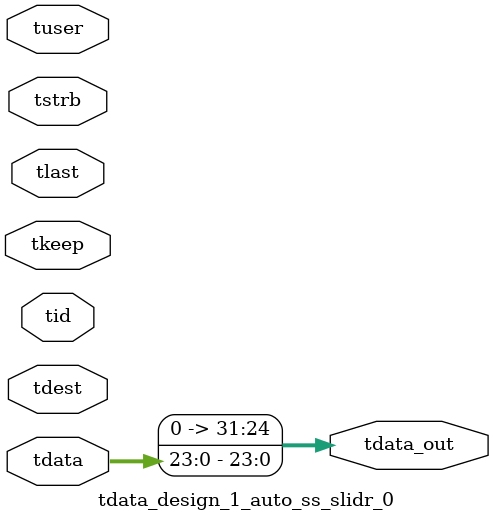
<source format=v>


`timescale 1ps/1ps

module tdata_design_1_auto_ss_slidr_0 #
(
parameter C_S_AXIS_TDATA_WIDTH = 32,
parameter C_S_AXIS_TUSER_WIDTH = 0,
parameter C_S_AXIS_TID_WIDTH   = 0,
parameter C_S_AXIS_TDEST_WIDTH = 0,
parameter C_M_AXIS_TDATA_WIDTH = 32
)
(
input  [(C_S_AXIS_TDATA_WIDTH == 0 ? 1 : C_S_AXIS_TDATA_WIDTH)-1:0     ] tdata,
input  [(C_S_AXIS_TUSER_WIDTH == 0 ? 1 : C_S_AXIS_TUSER_WIDTH)-1:0     ] tuser,
input  [(C_S_AXIS_TID_WIDTH   == 0 ? 1 : C_S_AXIS_TID_WIDTH)-1:0       ] tid,
input  [(C_S_AXIS_TDEST_WIDTH == 0 ? 1 : C_S_AXIS_TDEST_WIDTH)-1:0     ] tdest,
input  [(C_S_AXIS_TDATA_WIDTH/8)-1:0 ] tkeep,
input  [(C_S_AXIS_TDATA_WIDTH/8)-1:0 ] tstrb,
input                                                                    tlast,
output [C_M_AXIS_TDATA_WIDTH-1:0] tdata_out
);

assign tdata_out = {tdata[23:0]};

endmodule


</source>
